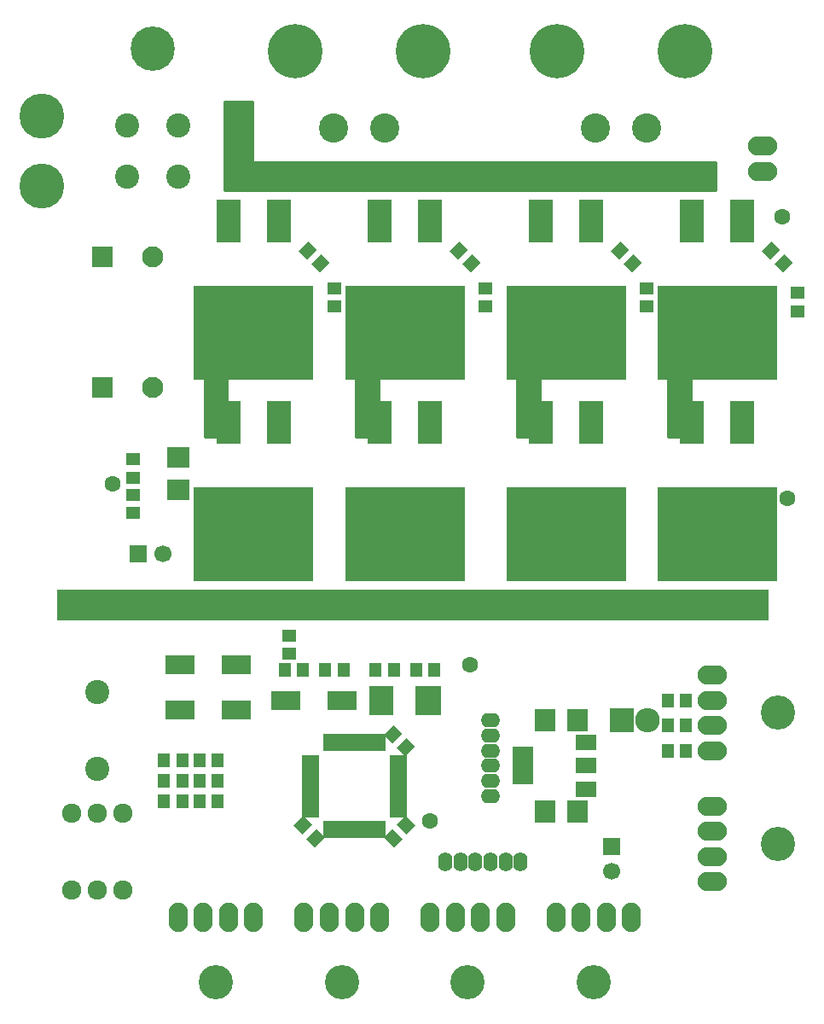
<source format=gbr>
G04 #@! TF.FileFunction,Soldermask,Top*
%FSLAX46Y46*%
G04 Gerber Fmt 4.6, Leading zero omitted, Abs format (unit mm)*
G04 Created by KiCad (PCBNEW 4.0.4-stable) date 10/09/16 00:30:52*
%MOMM*%
%LPD*%
G01*
G04 APERTURE LIST*
%ADD10C,0.100000*%
%ADD11C,2.100000*%
%ADD12R,2.100000X2.100000*%
%ADD13O,1.900000X2.900000*%
%ADD14C,3.400000*%
%ADD15R,2.398980X4.199840*%
%ADD16R,11.901120X9.399220*%
%ADD17R,0.650000X1.700000*%
%ADD18R,1.700000X0.650000*%
%ADD19C,1.700000*%
%ADD20R,1.700000X1.700000*%
%ADD21O,2.900000X1.900000*%
%ADD22R,2.432000X2.432000*%
%ADD23O,2.432000X2.432000*%
%ADD24C,2.400000*%
%ADD25C,4.400000*%
%ADD26R,2.200000X2.000000*%
%ADD27R,2.600000X3.000000*%
%ADD28R,2.400000X3.000000*%
%ADD29R,1.200000X1.400000*%
%ADD30R,1.400000X1.200000*%
%ADD31R,2.000000X2.200000*%
%ADD32O,1.400000X1.924000*%
%ADD33C,1.924000*%
%ADD34R,2.100000X1.600000*%
%ADD35R,2.100000X3.700000*%
%ADD36C,2.900000*%
%ADD37C,5.400000*%
%ADD38R,3.000000X1.900000*%
%ADD39C,4.464000*%
%ADD40C,1.600000*%
%ADD41O,1.924000X1.400000*%
%ADD42C,0.254000*%
%ADD43C,0.026000*%
G04 APERTURE END LIST*
D10*
D11*
X15000000Y-25000000D03*
D12*
X10000000Y-25000000D03*
D13*
X17500000Y-90500000D03*
X20000000Y-90500000D03*
X22500000Y-90500000D03*
X25000000Y-90500000D03*
D14*
X21250000Y-97000000D03*
D13*
X30000000Y-90500000D03*
X32500000Y-90500000D03*
X35000000Y-90500000D03*
X37500000Y-90500000D03*
D14*
X33750000Y-97000000D03*
D15*
X27499360Y-41450100D03*
X22500640Y-41450100D03*
D16*
X25000000Y-52549900D03*
D17*
X37750000Y-73150000D03*
X37250000Y-73150000D03*
X36750000Y-73150000D03*
X36250000Y-73150000D03*
X35750000Y-73150000D03*
X35250000Y-73150000D03*
X34750000Y-73150000D03*
X34250000Y-73150000D03*
X33750000Y-73150000D03*
X33250000Y-73150000D03*
X32750000Y-73150000D03*
X32250000Y-73150000D03*
D18*
X30650000Y-74750000D03*
X30650000Y-75250000D03*
X30650000Y-75750000D03*
X30650000Y-76250000D03*
X30650000Y-76750000D03*
X30650000Y-77250000D03*
X30650000Y-77750000D03*
X30650000Y-78250000D03*
X30650000Y-78750000D03*
X30650000Y-79250000D03*
X30650000Y-79750000D03*
X30650000Y-80250000D03*
D17*
X32250000Y-81850000D03*
X32750000Y-81850000D03*
X33250000Y-81850000D03*
X33750000Y-81850000D03*
X34250000Y-81850000D03*
X34750000Y-81850000D03*
X35250000Y-81850000D03*
X35750000Y-81850000D03*
X36250000Y-81850000D03*
X36750000Y-81850000D03*
X37250000Y-81850000D03*
X37750000Y-81850000D03*
D18*
X39350000Y-80250000D03*
X39350000Y-79750000D03*
X39350000Y-79250000D03*
X39350000Y-78750000D03*
X39350000Y-78250000D03*
X39350000Y-77750000D03*
X39350000Y-77250000D03*
X39350000Y-76750000D03*
X39350000Y-76250000D03*
X39350000Y-75750000D03*
X39350000Y-75250000D03*
X39350000Y-74750000D03*
D19*
X60500000Y-86000000D03*
D20*
X60500000Y-83500000D03*
D21*
X70500000Y-87000000D03*
X70500000Y-84500000D03*
X70500000Y-82000000D03*
X70500000Y-79500000D03*
D14*
X77000000Y-83250000D03*
D15*
X58499360Y-41450100D03*
X53500640Y-41450100D03*
D16*
X56000000Y-52549900D03*
D22*
X61500000Y-71000000D03*
D23*
X64040000Y-71000000D03*
D15*
X42499360Y-41450100D03*
X37500640Y-41450100D03*
D16*
X40000000Y-52549900D03*
D15*
X42499360Y-21450100D03*
X37500640Y-21450100D03*
D16*
X40000000Y-32549900D03*
D15*
X27499360Y-21450100D03*
X22500640Y-21450100D03*
D16*
X25000000Y-32549900D03*
D15*
X73499360Y-41450100D03*
X68500640Y-41450100D03*
D16*
X71000000Y-52549900D03*
D15*
X73499360Y-21450100D03*
X68500640Y-21450100D03*
D16*
X71000000Y-32549900D03*
D15*
X58499360Y-21450100D03*
X53500640Y-21450100D03*
D16*
X56000000Y-32549900D03*
D24*
X17540000Y-12000000D03*
X17540000Y-17080000D03*
X12460000Y-12000000D03*
X12460000Y-17080000D03*
D25*
X15000000Y-4380000D03*
D26*
X17500000Y-48100000D03*
X17500000Y-44900000D03*
D27*
X42300000Y-69000000D03*
D28*
X37700000Y-69000000D03*
D29*
X28100000Y-66000000D03*
X29900000Y-66000000D03*
X42900000Y-66000000D03*
X41100000Y-66000000D03*
X37100000Y-66000000D03*
X38900000Y-66000000D03*
D10*
G36*
X38934315Y-83555635D02*
X37944365Y-82565685D01*
X38792893Y-81717157D01*
X39782843Y-82707107D01*
X38934315Y-83555635D01*
X38934315Y-83555635D01*
G37*
G36*
X40207107Y-82282843D02*
X39217157Y-81292893D01*
X40065685Y-80444365D01*
X41055635Y-81434315D01*
X40207107Y-82282843D01*
X40207107Y-82282843D01*
G37*
G36*
X28944365Y-81434315D02*
X29934315Y-80444365D01*
X30782843Y-81292893D01*
X29792893Y-82282843D01*
X28944365Y-81434315D01*
X28944365Y-81434315D01*
G37*
G36*
X30217157Y-82707107D02*
X31207107Y-81717157D01*
X32055635Y-82565685D01*
X31065685Y-83555635D01*
X30217157Y-82707107D01*
X30217157Y-82707107D01*
G37*
D29*
X33900000Y-66000000D03*
X32100000Y-66000000D03*
X17900000Y-77000000D03*
X16100000Y-77000000D03*
D30*
X48000000Y-28100000D03*
X48000000Y-29900000D03*
X33000000Y-28100000D03*
X33000000Y-29900000D03*
X79000000Y-28600000D03*
X79000000Y-30400000D03*
X64000000Y-28100000D03*
X64000000Y-29900000D03*
D29*
X67900000Y-69000000D03*
X66100000Y-69000000D03*
D10*
G36*
X41055635Y-73565685D02*
X40065685Y-74555635D01*
X39217157Y-73707107D01*
X40207107Y-72717157D01*
X41055635Y-73565685D01*
X41055635Y-73565685D01*
G37*
G36*
X39782843Y-72292893D02*
X38792893Y-73282843D01*
X37944365Y-72434315D01*
X38934315Y-71444365D01*
X39782843Y-72292893D01*
X39782843Y-72292893D01*
G37*
G36*
X47555635Y-25565685D02*
X46565685Y-26555635D01*
X45717157Y-25707107D01*
X46707107Y-24717157D01*
X47555635Y-25565685D01*
X47555635Y-25565685D01*
G37*
G36*
X46282843Y-24292893D02*
X45292893Y-25282843D01*
X44444365Y-24434315D01*
X45434315Y-23444365D01*
X46282843Y-24292893D01*
X46282843Y-24292893D01*
G37*
G36*
X32555635Y-25565685D02*
X31565685Y-26555635D01*
X30717157Y-25707107D01*
X31707107Y-24717157D01*
X32555635Y-25565685D01*
X32555635Y-25565685D01*
G37*
G36*
X31282843Y-24292893D02*
X30292893Y-25282843D01*
X29444365Y-24434315D01*
X30434315Y-23444365D01*
X31282843Y-24292893D01*
X31282843Y-24292893D01*
G37*
G36*
X78555635Y-25565685D02*
X77565685Y-26555635D01*
X76717157Y-25707107D01*
X77707107Y-24717157D01*
X78555635Y-25565685D01*
X78555635Y-25565685D01*
G37*
G36*
X77282843Y-24292893D02*
X76292893Y-25282843D01*
X75444365Y-24434315D01*
X76434315Y-23444365D01*
X77282843Y-24292893D01*
X77282843Y-24292893D01*
G37*
G36*
X63555635Y-25565685D02*
X62565685Y-26555635D01*
X61717157Y-25707107D01*
X62707107Y-24717157D01*
X63555635Y-25565685D01*
X63555635Y-25565685D01*
G37*
G36*
X62282843Y-24292893D02*
X61292893Y-25282843D01*
X60444365Y-24434315D01*
X61434315Y-23444365D01*
X62282843Y-24292893D01*
X62282843Y-24292893D01*
G37*
D21*
X70500000Y-74000000D03*
X70500000Y-71500000D03*
X70500000Y-69000000D03*
X70500000Y-66500000D03*
D14*
X77000000Y-70250000D03*
D29*
X17900000Y-79000000D03*
X16100000Y-79000000D03*
X66100000Y-74000000D03*
X67900000Y-74000000D03*
D30*
X13000000Y-46900000D03*
X13000000Y-45100000D03*
D31*
X53900000Y-80000000D03*
X57100000Y-80000000D03*
D32*
X51500000Y-85000000D03*
X50000000Y-85000000D03*
X48500000Y-85000000D03*
X47000000Y-85000000D03*
X45500000Y-85000000D03*
X44000000Y-85000000D03*
D33*
X12040000Y-80190000D03*
X9500000Y-80190000D03*
X6960000Y-80190000D03*
X6960000Y-87810000D03*
X9500000Y-87810000D03*
X12040000Y-87810000D03*
D11*
X15000000Y-38000000D03*
D12*
X10000000Y-38000000D03*
D24*
X9500000Y-75799840D03*
X9500000Y-68200160D03*
D29*
X17900000Y-75000000D03*
X16100000Y-75000000D03*
D13*
X55000000Y-90500000D03*
X57500000Y-90500000D03*
X60000000Y-90500000D03*
X62500000Y-90500000D03*
D14*
X58750000Y-97000000D03*
D13*
X42500000Y-90500000D03*
X45000000Y-90500000D03*
X47500000Y-90500000D03*
X50000000Y-90500000D03*
D14*
X46250000Y-97000000D03*
D30*
X28500000Y-62600000D03*
X28500000Y-64400000D03*
D29*
X21400000Y-77000000D03*
X19600000Y-77000000D03*
X21400000Y-79000000D03*
X19600000Y-79000000D03*
X67900000Y-71500000D03*
X66100000Y-71500000D03*
D30*
X13000000Y-50400000D03*
X13000000Y-48600000D03*
D29*
X21400000Y-75000000D03*
X19600000Y-75000000D03*
D31*
X57100000Y-71000000D03*
X53900000Y-71000000D03*
D34*
X58000000Y-77800000D03*
X58000000Y-75500000D03*
X58000000Y-73200000D03*
D35*
X51700000Y-75500000D03*
D36*
X38000000Y-12250000D03*
X32920000Y-12250000D03*
D37*
X41810000Y-4630000D03*
X29110000Y-4630000D03*
D36*
X64000000Y-12250000D03*
X58920000Y-12250000D03*
D37*
X67810000Y-4630000D03*
X55110000Y-4630000D03*
D19*
X16000000Y-54500000D03*
D20*
X13500000Y-54500000D03*
D38*
X28200000Y-69000000D03*
X33800000Y-69000000D03*
X17700000Y-65500000D03*
X23300000Y-65500000D03*
X17700000Y-70000000D03*
X23300000Y-70000000D03*
D39*
X4000000Y-11000000D03*
X4000000Y-18000000D03*
D40*
X42500000Y-81000000D03*
X46500000Y-65500000D03*
X11000000Y-47500000D03*
X77500000Y-21000000D03*
X78000000Y-49000000D03*
D21*
X75500000Y-16500000D03*
X75500000Y-14000000D03*
D41*
X48500000Y-71000000D03*
X48500000Y-72500000D03*
X48500000Y-74000000D03*
X48500000Y-75500000D03*
X48500000Y-77000000D03*
X48500000Y-78500000D03*
D42*
G36*
X24873000Y-15500000D02*
X24883006Y-15549410D01*
X24911447Y-15591035D01*
X24953841Y-15618315D01*
X25000000Y-15627000D01*
X70873000Y-15627000D01*
X70873000Y-18373000D01*
X22127000Y-18373000D01*
X22127000Y-9627000D01*
X24873000Y-9627000D01*
X24873000Y-15500000D01*
X24873000Y-15500000D01*
G37*
X24873000Y-15500000D02*
X24883006Y-15549410D01*
X24911447Y-15591035D01*
X24953841Y-15618315D01*
X25000000Y-15627000D01*
X70873000Y-15627000D01*
X70873000Y-18373000D01*
X22127000Y-18373000D01*
X22127000Y-9627000D01*
X24873000Y-9627000D01*
X24873000Y-15500000D01*
D43*
G36*
X75987000Y-60987000D02*
X5513000Y-60987000D01*
X5513000Y-58013000D01*
X75987000Y-58013000D01*
X75987000Y-60987000D01*
X75987000Y-60987000D01*
G37*
X75987000Y-60987000D02*
X5513000Y-60987000D01*
X5513000Y-58013000D01*
X75987000Y-58013000D01*
X75987000Y-60987000D01*
D42*
G36*
X22373000Y-42873000D02*
X20127000Y-42873000D01*
X20127000Y-37127000D01*
X22373000Y-37127000D01*
X22373000Y-42873000D01*
X22373000Y-42873000D01*
G37*
X22373000Y-42873000D02*
X20127000Y-42873000D01*
X20127000Y-37127000D01*
X22373000Y-37127000D01*
X22373000Y-42873000D01*
G36*
X37373000Y-42873000D02*
X35127000Y-42873000D01*
X35127000Y-37127000D01*
X37373000Y-37127000D01*
X37373000Y-42873000D01*
X37373000Y-42873000D01*
G37*
X37373000Y-42873000D02*
X35127000Y-42873000D01*
X35127000Y-37127000D01*
X37373000Y-37127000D01*
X37373000Y-42873000D01*
G36*
X53373000Y-42873000D02*
X51127000Y-42873000D01*
X51127000Y-37127000D01*
X53373000Y-37127000D01*
X53373000Y-42873000D01*
X53373000Y-42873000D01*
G37*
X53373000Y-42873000D02*
X51127000Y-42873000D01*
X51127000Y-37127000D01*
X53373000Y-37127000D01*
X53373000Y-42873000D01*
G36*
X68373000Y-42873000D02*
X66127000Y-42873000D01*
X66127000Y-37127000D01*
X68373000Y-37127000D01*
X68373000Y-42873000D01*
X68373000Y-42873000D01*
G37*
X68373000Y-42873000D02*
X66127000Y-42873000D01*
X66127000Y-37127000D01*
X68373000Y-37127000D01*
X68373000Y-42873000D01*
M02*

</source>
